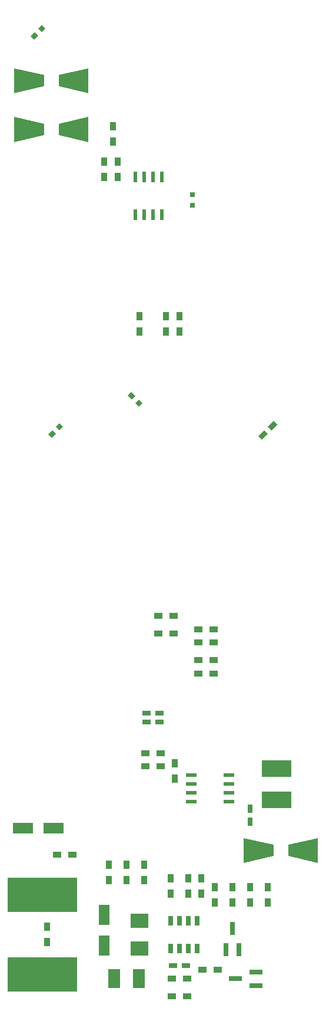
<source format=gbr>
G04 #@! TF.FileFunction,Paste,Bot*
%FSLAX46Y46*%
G04 Gerber Fmt 4.6, Leading zero omitted, Abs format (unit mm)*
G04 Created by KiCad (PCBNEW 4.0.7) date 07/30/18 15:36:35*
%MOMM*%
%LPD*%
G01*
G04 APERTURE LIST*
%ADD10C,0.100000*%
%ADD11R,0.600000X1.550000*%
%ADD12R,0.750000X1.200000*%
%ADD13R,1.200000X0.750000*%
%ADD14R,2.500000X2.000000*%
%ADD15R,0.750000X0.800000*%
%ADD16R,1.778000X2.794000*%
%ADD17R,10.000000X5.000000*%
%ADD18R,4.200000X2.400000*%
%ADD19R,1.900000X0.800000*%
%ADD20R,0.800000X1.900000*%
%ADD21R,1.200000X0.900000*%
%ADD22R,0.900000X1.200000*%
%ADD23R,1.550000X0.600000*%
%ADD24R,0.760000X1.400000*%
%ADD25R,3.000000X1.600000*%
%ADD26R,1.600000X3.000000*%
G04 APERTURE END LIST*
D10*
D11*
X68580000Y-66835000D03*
X67310000Y-66835000D03*
X66040000Y-66835000D03*
X64770000Y-66835000D03*
X64770000Y-61435000D03*
X66040000Y-61435000D03*
X67310000Y-61435000D03*
X68580000Y-61435000D03*
D12*
X81280000Y-152085000D03*
X81280000Y-153985000D03*
D13*
X66360000Y-138430000D03*
X68260000Y-138430000D03*
X66360000Y-139700000D03*
X68260000Y-139700000D03*
X70170000Y-174625000D03*
X72070000Y-174625000D03*
D14*
X65405000Y-168180000D03*
X65405000Y-172180000D03*
D10*
G36*
X82989150Y-99151180D02*
X82458820Y-98620850D01*
X83307348Y-97772322D01*
X83837678Y-98302652D01*
X82989150Y-99151180D01*
X82989150Y-99151180D01*
G37*
G36*
X84332652Y-97807678D02*
X83802322Y-97277348D01*
X84650850Y-96428820D01*
X85181180Y-96959150D01*
X84332652Y-97807678D01*
X84332652Y-97807678D01*
G37*
G36*
X53852652Y-97807678D02*
X53322322Y-97277348D01*
X53888008Y-96711662D01*
X54418338Y-97241992D01*
X53852652Y-97807678D01*
X53852652Y-97807678D01*
G37*
G36*
X52791992Y-98868338D02*
X52261662Y-98338008D01*
X52827348Y-97772322D01*
X53357678Y-98302652D01*
X52791992Y-98868338D01*
X52791992Y-98868338D01*
G37*
G36*
X64787678Y-92832348D02*
X64257348Y-93362678D01*
X63691662Y-92796992D01*
X64221992Y-92266662D01*
X64787678Y-92832348D01*
X64787678Y-92832348D01*
G37*
G36*
X65848338Y-93893008D02*
X65318008Y-94423338D01*
X64752322Y-93857652D01*
X65282652Y-93327322D01*
X65848338Y-93893008D01*
X65848338Y-93893008D01*
G37*
G36*
X50287348Y-40622322D02*
X50817678Y-41152652D01*
X50251992Y-41718338D01*
X49721662Y-41188008D01*
X50287348Y-40622322D01*
X50287348Y-40622322D01*
G37*
G36*
X51348008Y-39561662D02*
X51878338Y-40091992D01*
X51312652Y-40657678D01*
X50782322Y-40127348D01*
X51348008Y-39561662D01*
X51348008Y-39561662D01*
G37*
D15*
X73025000Y-65520000D03*
X73025000Y-64020000D03*
D16*
X65278000Y-176530000D03*
X61722000Y-176530000D03*
D17*
X51435000Y-175895000D03*
X51435000Y-164465000D03*
D18*
X85090000Y-150840000D03*
X85090000Y-146340000D03*
D19*
X82145000Y-175580000D03*
X82145000Y-177480000D03*
X79145000Y-176530000D03*
D20*
X79690000Y-172315000D03*
X77790000Y-172315000D03*
X78740000Y-169315000D03*
D21*
X68115000Y-127000000D03*
X70315000Y-127000000D03*
X68115000Y-124460000D03*
X70315000Y-124460000D03*
D22*
X70485000Y-145585000D03*
X70485000Y-147785000D03*
D21*
X66210000Y-144145000D03*
X68410000Y-144145000D03*
X66210000Y-146050000D03*
X68410000Y-146050000D03*
X70020000Y-179070000D03*
X72220000Y-179070000D03*
X70020000Y-176530000D03*
X72220000Y-176530000D03*
X53510000Y-158750000D03*
X55710000Y-158750000D03*
X73830000Y-130810000D03*
X76030000Y-130810000D03*
X76030000Y-132715000D03*
X73830000Y-132715000D03*
X73830000Y-128270000D03*
X76030000Y-128270000D03*
X76030000Y-126365000D03*
X73830000Y-126365000D03*
D22*
X83820000Y-163365000D03*
X83820000Y-165565000D03*
X81280000Y-163365000D03*
X81280000Y-165565000D03*
X60960000Y-160190000D03*
X60960000Y-162390000D03*
X63500000Y-160190000D03*
X63500000Y-162390000D03*
X66040000Y-162390000D03*
X66040000Y-160190000D03*
D21*
X74465000Y-175260000D03*
X76665000Y-175260000D03*
D22*
X76200000Y-163365000D03*
X76200000Y-165565000D03*
X78740000Y-163365000D03*
X78740000Y-165565000D03*
X72390000Y-162095000D03*
X72390000Y-164295000D03*
X74295000Y-164295000D03*
X74295000Y-162095000D03*
X69850000Y-162095000D03*
X69850000Y-164295000D03*
X61595000Y-56345000D03*
X61595000Y-54145000D03*
X60325000Y-61425000D03*
X60325000Y-59225000D03*
X62230000Y-61425000D03*
X62230000Y-59225000D03*
X71120000Y-83650000D03*
X71120000Y-81450000D03*
X65405000Y-83650000D03*
X65405000Y-81450000D03*
X69215000Y-83650000D03*
X69215000Y-81450000D03*
D23*
X78265000Y-147320000D03*
X78265000Y-148590000D03*
X78265000Y-149860000D03*
X78265000Y-151130000D03*
X72865000Y-151130000D03*
X72865000Y-149860000D03*
X72865000Y-148590000D03*
X72865000Y-147320000D03*
D24*
X73660000Y-168180000D03*
X73660000Y-172180000D03*
X72390000Y-168180000D03*
X72390000Y-172180000D03*
X71120000Y-168180000D03*
X71120000Y-172180000D03*
X69850000Y-168180000D03*
X69850000Y-172180000D03*
D22*
X52070000Y-169080000D03*
X52070000Y-171280000D03*
D25*
X53000000Y-154940000D03*
X48600000Y-154940000D03*
D26*
X60325000Y-171745000D03*
X60325000Y-167345000D03*
D10*
G36*
X80375000Y-159915000D02*
X80375000Y-156315000D01*
X84675000Y-157315000D01*
X84675000Y-158915000D01*
X80375000Y-159915000D01*
X80375000Y-159915000D01*
G37*
G36*
X91075000Y-156315000D02*
X91075000Y-159915000D01*
X86775000Y-158915000D01*
X86775000Y-157315000D01*
X91075000Y-156315000D01*
X91075000Y-156315000D01*
G37*
G36*
X58055000Y-45825000D02*
X58055000Y-49425000D01*
X53755000Y-48425000D01*
X53755000Y-46825000D01*
X58055000Y-45825000D01*
X58055000Y-45825000D01*
G37*
G36*
X47355000Y-49425000D02*
X47355000Y-45825000D01*
X51655000Y-46825000D01*
X51655000Y-48425000D01*
X47355000Y-49425000D01*
X47355000Y-49425000D01*
G37*
G36*
X58055000Y-52810000D02*
X58055000Y-56410000D01*
X53755000Y-55410000D01*
X53755000Y-53810000D01*
X58055000Y-52810000D01*
X58055000Y-52810000D01*
G37*
G36*
X47355000Y-56410000D02*
X47355000Y-52810000D01*
X51655000Y-53810000D01*
X51655000Y-55410000D01*
X47355000Y-56410000D01*
X47355000Y-56410000D01*
G37*
M02*

</source>
